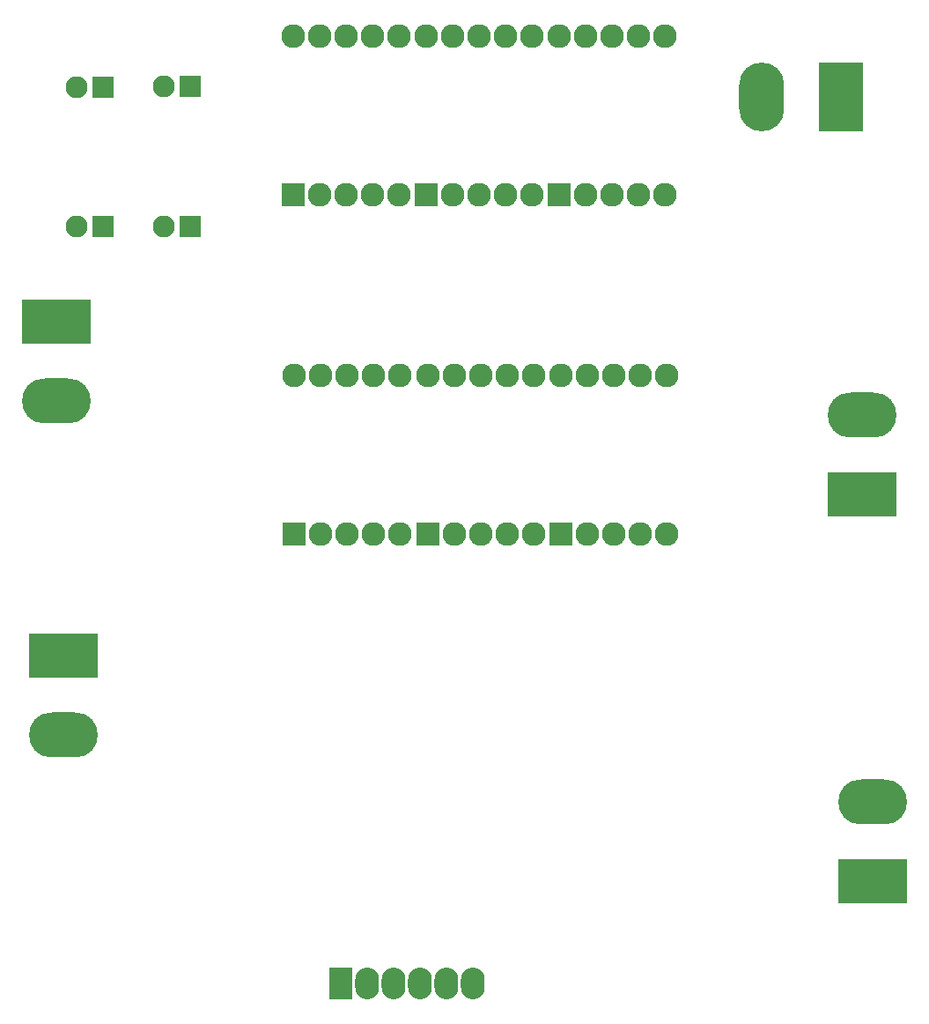
<source format=gts>
G04*
G04 #@! TF.GenerationSoftware,Altium Limited,Altium Designer,18.0.7 (293)*
G04*
G04 Layer_Color=8388736*
%FSLAX44Y44*%
%MOMM*%
G71*
G01*
G75*
%ADD16C,2.2860*%
%ADD17R,2.2860X2.2860*%
%ADD18R,6.6040X4.3180*%
%ADD19O,6.6040X4.3180*%
%ADD20R,4.3180X6.6040*%
%ADD21O,4.3180X6.6040*%
%ADD22O,2.2860X3.0480*%
%ADD23R,2.2860X3.0480*%
%ADD24R,2.1080X2.1080*%
%ADD25C,2.1080*%
D16*
X453642Y819658D02*
D03*
X402841D02*
D03*
X428242D02*
D03*
X504441Y667258D02*
D03*
X428242D02*
D03*
X479041D02*
D03*
X504441Y819658D02*
D03*
X479041D02*
D03*
X453642Y667258D02*
D03*
X709678Y819658D02*
D03*
X658878D02*
D03*
X684278D02*
D03*
X760479Y667258D02*
D03*
X684278D02*
D03*
X735079D02*
D03*
X760479Y819658D02*
D03*
X735079D02*
D03*
X709678Y667258D02*
D03*
X581660Y819658D02*
D03*
X530860D02*
D03*
X556260D02*
D03*
X632460Y667258D02*
D03*
X556260D02*
D03*
X607060D02*
D03*
X632460Y819658D02*
D03*
X607060D02*
D03*
X581660Y667258D02*
D03*
X580390Y1145540D02*
D03*
X529590D02*
D03*
X554990D02*
D03*
X631190Y993140D02*
D03*
X554990D02*
D03*
X605790D02*
D03*
X631190Y1145540D02*
D03*
X605790D02*
D03*
X580390Y993140D02*
D03*
X708409D02*
D03*
X733809Y1145540D02*
D03*
X759209D02*
D03*
X733809Y993140D02*
D03*
X683008D02*
D03*
X759209D02*
D03*
X683008Y1145540D02*
D03*
X657608D02*
D03*
X708409D02*
D03*
X452371Y993140D02*
D03*
X477771Y1145540D02*
D03*
X503172D02*
D03*
X477771Y993140D02*
D03*
X426972D02*
D03*
X503172D02*
D03*
X426972Y1145540D02*
D03*
X401572D02*
D03*
X452371D02*
D03*
D17*
X402841Y667258D02*
D03*
X658878D02*
D03*
X530860D02*
D03*
X529590Y993140D02*
D03*
X657608D02*
D03*
X401572D02*
D03*
D18*
X948690Y704850D02*
D03*
X173990Y871220D02*
D03*
X180340Y549910D02*
D03*
X958850Y333502D02*
D03*
D19*
X948690Y781050D02*
D03*
X173990Y795020D02*
D03*
X180340Y473710D02*
D03*
X958850Y409702D02*
D03*
D20*
X928370Y1087120D02*
D03*
D21*
X852170D02*
D03*
D22*
X574040Y234950D02*
D03*
X548640D02*
D03*
X523240D02*
D03*
X497840D02*
D03*
X472440D02*
D03*
D23*
X447040D02*
D03*
D24*
X218440Y1096010D02*
D03*
X302332Y1097280D02*
D03*
X218440Y962660D02*
D03*
X302332D02*
D03*
D25*
X193040Y1096010D02*
D03*
X276933Y1097280D02*
D03*
X193040Y962660D02*
D03*
X276933D02*
D03*
M02*

</source>
